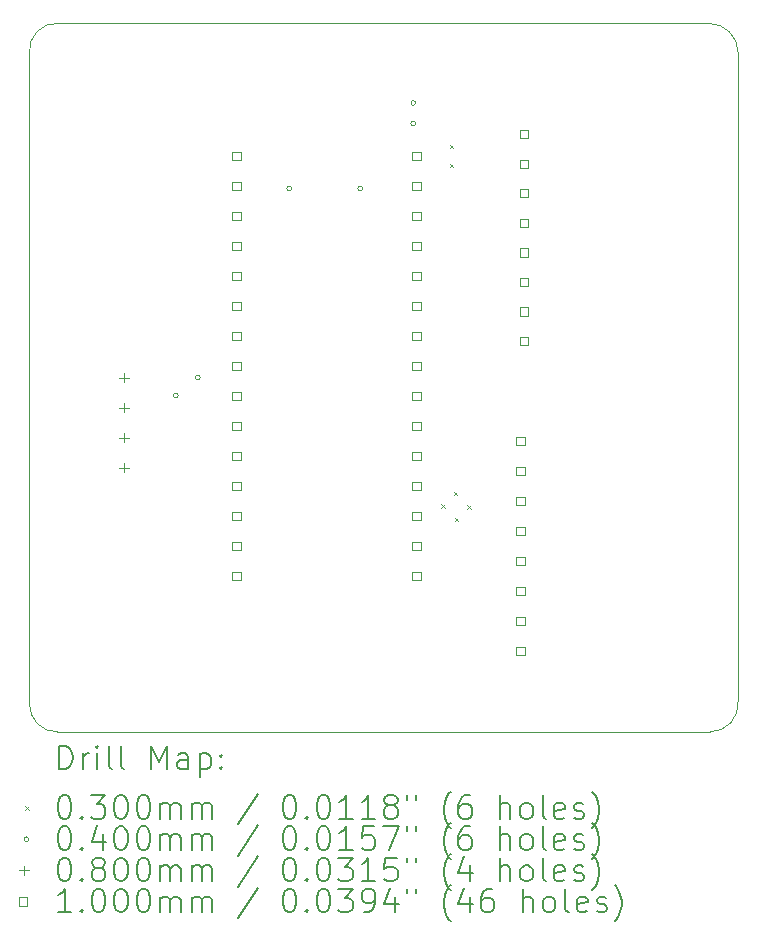
<source format=gbr>
%TF.GenerationSoftware,KiCad,Pcbnew,(6.0.7)*%
%TF.CreationDate,2023-07-05T17:19:17+02:00*%
%TF.ProjectId,project_alpha,70726f6a-6563-4745-9f61-6c7068612e6b,rev?*%
%TF.SameCoordinates,Original*%
%TF.FileFunction,Drillmap*%
%TF.FilePolarity,Positive*%
%FSLAX45Y45*%
G04 Gerber Fmt 4.5, Leading zero omitted, Abs format (unit mm)*
G04 Created by KiCad (PCBNEW (6.0.7)) date 2023-07-05 17:19:17*
%MOMM*%
%LPD*%
G01*
G04 APERTURE LIST*
%ADD10C,0.100000*%
%ADD11C,0.200000*%
%ADD12C,0.030000*%
%ADD13C,0.040000*%
%ADD14C,0.080000*%
G04 APERTURE END LIST*
D10*
X11499991Y-12260000D02*
G75*
G03*
X11737500Y-12500000I233809J-6140D01*
G01*
X11750000Y-6500000D02*
X17250000Y-6500000D01*
X17262500Y-12500000D02*
X11737500Y-12500000D01*
X17501247Y-6750000D02*
G75*
G03*
X17250000Y-6500000I-251247J-1250D01*
G01*
X11500000Y-12260000D02*
X11500000Y-6752658D01*
X17262500Y-12500004D02*
G75*
G03*
X17500000Y-12240000I0J238474D01*
G01*
X17500000Y-12240000D02*
X17501247Y-6750000D01*
X11750000Y-6500003D02*
G75*
G03*
X11500000Y-6752658I-18360J-231847D01*
G01*
D11*
D12*
X14985927Y-10574006D02*
X15015927Y-10604006D01*
X15015927Y-10574006D02*
X14985927Y-10604006D01*
X15059000Y-7529050D02*
X15089000Y-7559050D01*
X15089000Y-7529050D02*
X15059000Y-7559050D01*
X15059000Y-7688950D02*
X15089000Y-7718950D01*
X15089000Y-7688950D02*
X15059000Y-7718950D01*
X15091927Y-10468006D02*
X15121927Y-10498006D01*
X15121927Y-10468006D02*
X15091927Y-10498006D01*
X15099994Y-10686073D02*
X15129994Y-10716073D01*
X15129994Y-10686073D02*
X15099994Y-10716073D01*
X15207494Y-10578573D02*
X15237494Y-10608573D01*
X15237494Y-10578573D02*
X15207494Y-10608573D01*
D13*
X12760050Y-9650000D02*
G75*
G03*
X12760050Y-9650000I-20000J0D01*
G01*
X12945000Y-9500000D02*
G75*
G03*
X12945000Y-9500000I-20000J0D01*
G01*
X13720000Y-7900000D02*
G75*
G03*
X13720000Y-7900000I-20000J0D01*
G01*
X14320000Y-7900000D02*
G75*
G03*
X14320000Y-7900000I-20000J0D01*
G01*
X14770000Y-7175050D02*
G75*
G03*
X14770000Y-7175050I-20000J0D01*
G01*
X14770000Y-7350000D02*
G75*
G03*
X14770000Y-7350000I-20000J0D01*
G01*
D14*
X12300000Y-9460000D02*
X12300000Y-9540000D01*
X12260000Y-9500000D02*
X12340000Y-9500000D01*
X12300000Y-9714000D02*
X12300000Y-9794000D01*
X12260000Y-9754000D02*
X12340000Y-9754000D01*
X12300000Y-9968000D02*
X12300000Y-10048000D01*
X12260000Y-10008000D02*
X12340000Y-10008000D01*
X12300000Y-10222000D02*
X12300000Y-10302000D01*
X12260000Y-10262000D02*
X12340000Y-10262000D01*
D10*
X13288356Y-7659356D02*
X13288356Y-7588644D01*
X13217644Y-7588644D01*
X13217644Y-7659356D01*
X13288356Y-7659356D01*
X13288356Y-7913356D02*
X13288356Y-7842644D01*
X13217644Y-7842644D01*
X13217644Y-7913356D01*
X13288356Y-7913356D01*
X13288356Y-8167356D02*
X13288356Y-8096644D01*
X13217644Y-8096644D01*
X13217644Y-8167356D01*
X13288356Y-8167356D01*
X13288356Y-8421356D02*
X13288356Y-8350644D01*
X13217644Y-8350644D01*
X13217644Y-8421356D01*
X13288356Y-8421356D01*
X13288356Y-8675356D02*
X13288356Y-8604644D01*
X13217644Y-8604644D01*
X13217644Y-8675356D01*
X13288356Y-8675356D01*
X13288356Y-8929356D02*
X13288356Y-8858644D01*
X13217644Y-8858644D01*
X13217644Y-8929356D01*
X13288356Y-8929356D01*
X13288356Y-9183356D02*
X13288356Y-9112644D01*
X13217644Y-9112644D01*
X13217644Y-9183356D01*
X13288356Y-9183356D01*
X13288356Y-9437356D02*
X13288356Y-9366644D01*
X13217644Y-9366644D01*
X13217644Y-9437356D01*
X13288356Y-9437356D01*
X13288356Y-9691356D02*
X13288356Y-9620644D01*
X13217644Y-9620644D01*
X13217644Y-9691356D01*
X13288356Y-9691356D01*
X13288356Y-9945356D02*
X13288356Y-9874644D01*
X13217644Y-9874644D01*
X13217644Y-9945356D01*
X13288356Y-9945356D01*
X13288356Y-10199356D02*
X13288356Y-10128644D01*
X13217644Y-10128644D01*
X13217644Y-10199356D01*
X13288356Y-10199356D01*
X13288356Y-10453356D02*
X13288356Y-10382644D01*
X13217644Y-10382644D01*
X13217644Y-10453356D01*
X13288356Y-10453356D01*
X13288356Y-10707356D02*
X13288356Y-10636644D01*
X13217644Y-10636644D01*
X13217644Y-10707356D01*
X13288356Y-10707356D01*
X13288356Y-10961356D02*
X13288356Y-10890644D01*
X13217644Y-10890644D01*
X13217644Y-10961356D01*
X13288356Y-10961356D01*
X13288356Y-11215356D02*
X13288356Y-11144644D01*
X13217644Y-11144644D01*
X13217644Y-11215356D01*
X13288356Y-11215356D01*
X14812356Y-7659356D02*
X14812356Y-7588644D01*
X14741644Y-7588644D01*
X14741644Y-7659356D01*
X14812356Y-7659356D01*
X14812356Y-7913356D02*
X14812356Y-7842644D01*
X14741644Y-7842644D01*
X14741644Y-7913356D01*
X14812356Y-7913356D01*
X14812356Y-8167356D02*
X14812356Y-8096644D01*
X14741644Y-8096644D01*
X14741644Y-8167356D01*
X14812356Y-8167356D01*
X14812356Y-8421356D02*
X14812356Y-8350644D01*
X14741644Y-8350644D01*
X14741644Y-8421356D01*
X14812356Y-8421356D01*
X14812356Y-8675356D02*
X14812356Y-8604644D01*
X14741644Y-8604644D01*
X14741644Y-8675356D01*
X14812356Y-8675356D01*
X14812356Y-8929356D02*
X14812356Y-8858644D01*
X14741644Y-8858644D01*
X14741644Y-8929356D01*
X14812356Y-8929356D01*
X14812356Y-9183356D02*
X14812356Y-9112644D01*
X14741644Y-9112644D01*
X14741644Y-9183356D01*
X14812356Y-9183356D01*
X14812356Y-9437356D02*
X14812356Y-9366644D01*
X14741644Y-9366644D01*
X14741644Y-9437356D01*
X14812356Y-9437356D01*
X14812356Y-9691356D02*
X14812356Y-9620644D01*
X14741644Y-9620644D01*
X14741644Y-9691356D01*
X14812356Y-9691356D01*
X14812356Y-9945356D02*
X14812356Y-9874644D01*
X14741644Y-9874644D01*
X14741644Y-9945356D01*
X14812356Y-9945356D01*
X14812356Y-10199356D02*
X14812356Y-10128644D01*
X14741644Y-10128644D01*
X14741644Y-10199356D01*
X14812356Y-10199356D01*
X14812356Y-10453356D02*
X14812356Y-10382644D01*
X14741644Y-10382644D01*
X14741644Y-10453356D01*
X14812356Y-10453356D01*
X14812356Y-10707356D02*
X14812356Y-10636644D01*
X14741644Y-10636644D01*
X14741644Y-10707356D01*
X14812356Y-10707356D01*
X14812356Y-10961356D02*
X14812356Y-10890644D01*
X14741644Y-10890644D01*
X14741644Y-10961356D01*
X14812356Y-10961356D01*
X14812356Y-11215356D02*
X14812356Y-11144644D01*
X14741644Y-11144644D01*
X14741644Y-11215356D01*
X14812356Y-11215356D01*
X15693856Y-10070356D02*
X15693856Y-9999644D01*
X15623144Y-9999644D01*
X15623144Y-10070356D01*
X15693856Y-10070356D01*
X15693856Y-10324356D02*
X15693856Y-10253644D01*
X15623144Y-10253644D01*
X15623144Y-10324356D01*
X15693856Y-10324356D01*
X15693856Y-10578356D02*
X15693856Y-10507644D01*
X15623144Y-10507644D01*
X15623144Y-10578356D01*
X15693856Y-10578356D01*
X15693856Y-10832356D02*
X15693856Y-10761644D01*
X15623144Y-10761644D01*
X15623144Y-10832356D01*
X15693856Y-10832356D01*
X15693856Y-11086356D02*
X15693856Y-11015644D01*
X15623144Y-11015644D01*
X15623144Y-11086356D01*
X15693856Y-11086356D01*
X15693856Y-11340356D02*
X15693856Y-11269644D01*
X15623144Y-11269644D01*
X15623144Y-11340356D01*
X15693856Y-11340356D01*
X15693856Y-11594356D02*
X15693856Y-11523644D01*
X15623144Y-11523644D01*
X15623144Y-11594356D01*
X15693856Y-11594356D01*
X15693856Y-11848356D02*
X15693856Y-11777644D01*
X15623144Y-11777644D01*
X15623144Y-11848356D01*
X15693856Y-11848356D01*
X15725356Y-7475356D02*
X15725356Y-7404644D01*
X15654644Y-7404644D01*
X15654644Y-7475356D01*
X15725356Y-7475356D01*
X15725356Y-7725356D02*
X15725356Y-7654644D01*
X15654644Y-7654644D01*
X15654644Y-7725356D01*
X15725356Y-7725356D01*
X15725356Y-7975356D02*
X15725356Y-7904644D01*
X15654644Y-7904644D01*
X15654644Y-7975356D01*
X15725356Y-7975356D01*
X15725356Y-8225356D02*
X15725356Y-8154644D01*
X15654644Y-8154644D01*
X15654644Y-8225356D01*
X15725356Y-8225356D01*
X15725356Y-8475356D02*
X15725356Y-8404644D01*
X15654644Y-8404644D01*
X15654644Y-8475356D01*
X15725356Y-8475356D01*
X15725356Y-8725356D02*
X15725356Y-8654644D01*
X15654644Y-8654644D01*
X15654644Y-8725356D01*
X15725356Y-8725356D01*
X15725356Y-8975356D02*
X15725356Y-8904644D01*
X15654644Y-8904644D01*
X15654644Y-8975356D01*
X15725356Y-8975356D01*
X15725356Y-9225356D02*
X15725356Y-9154644D01*
X15654644Y-9154644D01*
X15654644Y-9225356D01*
X15725356Y-9225356D01*
D11*
X11751686Y-12815505D02*
X11751686Y-12615505D01*
X11799305Y-12615505D01*
X11827877Y-12625029D01*
X11846924Y-12644077D01*
X11856448Y-12663124D01*
X11865972Y-12701220D01*
X11865972Y-12729791D01*
X11856448Y-12767886D01*
X11846924Y-12786934D01*
X11827877Y-12805982D01*
X11799305Y-12815505D01*
X11751686Y-12815505D01*
X11951686Y-12815505D02*
X11951686Y-12682172D01*
X11951686Y-12720267D02*
X11961210Y-12701220D01*
X11970734Y-12691696D01*
X11989781Y-12682172D01*
X12008829Y-12682172D01*
X12075496Y-12815505D02*
X12075496Y-12682172D01*
X12075496Y-12615505D02*
X12065972Y-12625029D01*
X12075496Y-12634553D01*
X12085020Y-12625029D01*
X12075496Y-12615505D01*
X12075496Y-12634553D01*
X12199305Y-12815505D02*
X12180258Y-12805982D01*
X12170734Y-12786934D01*
X12170734Y-12615505D01*
X12304067Y-12815505D02*
X12285020Y-12805982D01*
X12275496Y-12786934D01*
X12275496Y-12615505D01*
X12532639Y-12815505D02*
X12532639Y-12615505D01*
X12599305Y-12758363D01*
X12665972Y-12615505D01*
X12665972Y-12815505D01*
X12846924Y-12815505D02*
X12846924Y-12710743D01*
X12837401Y-12691696D01*
X12818353Y-12682172D01*
X12780258Y-12682172D01*
X12761210Y-12691696D01*
X12846924Y-12805982D02*
X12827877Y-12815505D01*
X12780258Y-12815505D01*
X12761210Y-12805982D01*
X12751686Y-12786934D01*
X12751686Y-12767886D01*
X12761210Y-12748839D01*
X12780258Y-12739315D01*
X12827877Y-12739315D01*
X12846924Y-12729791D01*
X12942162Y-12682172D02*
X12942162Y-12882172D01*
X12942162Y-12691696D02*
X12961210Y-12682172D01*
X12999305Y-12682172D01*
X13018353Y-12691696D01*
X13027877Y-12701220D01*
X13037401Y-12720267D01*
X13037401Y-12777410D01*
X13027877Y-12796458D01*
X13018353Y-12805982D01*
X12999305Y-12815505D01*
X12961210Y-12815505D01*
X12942162Y-12805982D01*
X13123115Y-12796458D02*
X13132639Y-12805982D01*
X13123115Y-12815505D01*
X13113591Y-12805982D01*
X13123115Y-12796458D01*
X13123115Y-12815505D01*
X13123115Y-12691696D02*
X13132639Y-12701220D01*
X13123115Y-12710743D01*
X13113591Y-12701220D01*
X13123115Y-12691696D01*
X13123115Y-12710743D01*
D12*
X11464067Y-13130029D02*
X11494067Y-13160029D01*
X11494067Y-13130029D02*
X11464067Y-13160029D01*
D11*
X11789781Y-13035505D02*
X11808829Y-13035505D01*
X11827877Y-13045029D01*
X11837401Y-13054553D01*
X11846924Y-13073601D01*
X11856448Y-13111696D01*
X11856448Y-13159315D01*
X11846924Y-13197410D01*
X11837401Y-13216458D01*
X11827877Y-13225982D01*
X11808829Y-13235505D01*
X11789781Y-13235505D01*
X11770734Y-13225982D01*
X11761210Y-13216458D01*
X11751686Y-13197410D01*
X11742162Y-13159315D01*
X11742162Y-13111696D01*
X11751686Y-13073601D01*
X11761210Y-13054553D01*
X11770734Y-13045029D01*
X11789781Y-13035505D01*
X11942162Y-13216458D02*
X11951686Y-13225982D01*
X11942162Y-13235505D01*
X11932639Y-13225982D01*
X11942162Y-13216458D01*
X11942162Y-13235505D01*
X12018353Y-13035505D02*
X12142162Y-13035505D01*
X12075496Y-13111696D01*
X12104067Y-13111696D01*
X12123115Y-13121220D01*
X12132639Y-13130743D01*
X12142162Y-13149791D01*
X12142162Y-13197410D01*
X12132639Y-13216458D01*
X12123115Y-13225982D01*
X12104067Y-13235505D01*
X12046924Y-13235505D01*
X12027877Y-13225982D01*
X12018353Y-13216458D01*
X12265972Y-13035505D02*
X12285020Y-13035505D01*
X12304067Y-13045029D01*
X12313591Y-13054553D01*
X12323115Y-13073601D01*
X12332639Y-13111696D01*
X12332639Y-13159315D01*
X12323115Y-13197410D01*
X12313591Y-13216458D01*
X12304067Y-13225982D01*
X12285020Y-13235505D01*
X12265972Y-13235505D01*
X12246924Y-13225982D01*
X12237401Y-13216458D01*
X12227877Y-13197410D01*
X12218353Y-13159315D01*
X12218353Y-13111696D01*
X12227877Y-13073601D01*
X12237401Y-13054553D01*
X12246924Y-13045029D01*
X12265972Y-13035505D01*
X12456448Y-13035505D02*
X12475496Y-13035505D01*
X12494543Y-13045029D01*
X12504067Y-13054553D01*
X12513591Y-13073601D01*
X12523115Y-13111696D01*
X12523115Y-13159315D01*
X12513591Y-13197410D01*
X12504067Y-13216458D01*
X12494543Y-13225982D01*
X12475496Y-13235505D01*
X12456448Y-13235505D01*
X12437401Y-13225982D01*
X12427877Y-13216458D01*
X12418353Y-13197410D01*
X12408829Y-13159315D01*
X12408829Y-13111696D01*
X12418353Y-13073601D01*
X12427877Y-13054553D01*
X12437401Y-13045029D01*
X12456448Y-13035505D01*
X12608829Y-13235505D02*
X12608829Y-13102172D01*
X12608829Y-13121220D02*
X12618353Y-13111696D01*
X12637401Y-13102172D01*
X12665972Y-13102172D01*
X12685020Y-13111696D01*
X12694543Y-13130743D01*
X12694543Y-13235505D01*
X12694543Y-13130743D02*
X12704067Y-13111696D01*
X12723115Y-13102172D01*
X12751686Y-13102172D01*
X12770734Y-13111696D01*
X12780258Y-13130743D01*
X12780258Y-13235505D01*
X12875496Y-13235505D02*
X12875496Y-13102172D01*
X12875496Y-13121220D02*
X12885020Y-13111696D01*
X12904067Y-13102172D01*
X12932639Y-13102172D01*
X12951686Y-13111696D01*
X12961210Y-13130743D01*
X12961210Y-13235505D01*
X12961210Y-13130743D02*
X12970734Y-13111696D01*
X12989781Y-13102172D01*
X13018353Y-13102172D01*
X13037401Y-13111696D01*
X13046924Y-13130743D01*
X13046924Y-13235505D01*
X13437401Y-13025982D02*
X13265972Y-13283124D01*
X13694543Y-13035505D02*
X13713591Y-13035505D01*
X13732639Y-13045029D01*
X13742162Y-13054553D01*
X13751686Y-13073601D01*
X13761210Y-13111696D01*
X13761210Y-13159315D01*
X13751686Y-13197410D01*
X13742162Y-13216458D01*
X13732639Y-13225982D01*
X13713591Y-13235505D01*
X13694543Y-13235505D01*
X13675496Y-13225982D01*
X13665972Y-13216458D01*
X13656448Y-13197410D01*
X13646924Y-13159315D01*
X13646924Y-13111696D01*
X13656448Y-13073601D01*
X13665972Y-13054553D01*
X13675496Y-13045029D01*
X13694543Y-13035505D01*
X13846924Y-13216458D02*
X13856448Y-13225982D01*
X13846924Y-13235505D01*
X13837401Y-13225982D01*
X13846924Y-13216458D01*
X13846924Y-13235505D01*
X13980258Y-13035505D02*
X13999305Y-13035505D01*
X14018353Y-13045029D01*
X14027877Y-13054553D01*
X14037401Y-13073601D01*
X14046924Y-13111696D01*
X14046924Y-13159315D01*
X14037401Y-13197410D01*
X14027877Y-13216458D01*
X14018353Y-13225982D01*
X13999305Y-13235505D01*
X13980258Y-13235505D01*
X13961210Y-13225982D01*
X13951686Y-13216458D01*
X13942162Y-13197410D01*
X13932639Y-13159315D01*
X13932639Y-13111696D01*
X13942162Y-13073601D01*
X13951686Y-13054553D01*
X13961210Y-13045029D01*
X13980258Y-13035505D01*
X14237401Y-13235505D02*
X14123115Y-13235505D01*
X14180258Y-13235505D02*
X14180258Y-13035505D01*
X14161210Y-13064077D01*
X14142162Y-13083124D01*
X14123115Y-13092648D01*
X14427877Y-13235505D02*
X14313591Y-13235505D01*
X14370734Y-13235505D02*
X14370734Y-13035505D01*
X14351686Y-13064077D01*
X14332639Y-13083124D01*
X14313591Y-13092648D01*
X14542162Y-13121220D02*
X14523115Y-13111696D01*
X14513591Y-13102172D01*
X14504067Y-13083124D01*
X14504067Y-13073601D01*
X14513591Y-13054553D01*
X14523115Y-13045029D01*
X14542162Y-13035505D01*
X14580258Y-13035505D01*
X14599305Y-13045029D01*
X14608829Y-13054553D01*
X14618353Y-13073601D01*
X14618353Y-13083124D01*
X14608829Y-13102172D01*
X14599305Y-13111696D01*
X14580258Y-13121220D01*
X14542162Y-13121220D01*
X14523115Y-13130743D01*
X14513591Y-13140267D01*
X14504067Y-13159315D01*
X14504067Y-13197410D01*
X14513591Y-13216458D01*
X14523115Y-13225982D01*
X14542162Y-13235505D01*
X14580258Y-13235505D01*
X14599305Y-13225982D01*
X14608829Y-13216458D01*
X14618353Y-13197410D01*
X14618353Y-13159315D01*
X14608829Y-13140267D01*
X14599305Y-13130743D01*
X14580258Y-13121220D01*
X14694543Y-13035505D02*
X14694543Y-13073601D01*
X14770734Y-13035505D02*
X14770734Y-13073601D01*
X15065972Y-13311696D02*
X15056448Y-13302172D01*
X15037401Y-13273601D01*
X15027877Y-13254553D01*
X15018353Y-13225982D01*
X15008829Y-13178363D01*
X15008829Y-13140267D01*
X15018353Y-13092648D01*
X15027877Y-13064077D01*
X15037401Y-13045029D01*
X15056448Y-13016458D01*
X15065972Y-13006934D01*
X15227877Y-13035505D02*
X15189781Y-13035505D01*
X15170734Y-13045029D01*
X15161210Y-13054553D01*
X15142162Y-13083124D01*
X15132639Y-13121220D01*
X15132639Y-13197410D01*
X15142162Y-13216458D01*
X15151686Y-13225982D01*
X15170734Y-13235505D01*
X15208829Y-13235505D01*
X15227877Y-13225982D01*
X15237401Y-13216458D01*
X15246924Y-13197410D01*
X15246924Y-13149791D01*
X15237401Y-13130743D01*
X15227877Y-13121220D01*
X15208829Y-13111696D01*
X15170734Y-13111696D01*
X15151686Y-13121220D01*
X15142162Y-13130743D01*
X15132639Y-13149791D01*
X15485020Y-13235505D02*
X15485020Y-13035505D01*
X15570734Y-13235505D02*
X15570734Y-13130743D01*
X15561210Y-13111696D01*
X15542162Y-13102172D01*
X15513591Y-13102172D01*
X15494543Y-13111696D01*
X15485020Y-13121220D01*
X15694543Y-13235505D02*
X15675496Y-13225982D01*
X15665972Y-13216458D01*
X15656448Y-13197410D01*
X15656448Y-13140267D01*
X15665972Y-13121220D01*
X15675496Y-13111696D01*
X15694543Y-13102172D01*
X15723115Y-13102172D01*
X15742162Y-13111696D01*
X15751686Y-13121220D01*
X15761210Y-13140267D01*
X15761210Y-13197410D01*
X15751686Y-13216458D01*
X15742162Y-13225982D01*
X15723115Y-13235505D01*
X15694543Y-13235505D01*
X15875496Y-13235505D02*
X15856448Y-13225982D01*
X15846924Y-13206934D01*
X15846924Y-13035505D01*
X16027877Y-13225982D02*
X16008829Y-13235505D01*
X15970734Y-13235505D01*
X15951686Y-13225982D01*
X15942162Y-13206934D01*
X15942162Y-13130743D01*
X15951686Y-13111696D01*
X15970734Y-13102172D01*
X16008829Y-13102172D01*
X16027877Y-13111696D01*
X16037401Y-13130743D01*
X16037401Y-13149791D01*
X15942162Y-13168839D01*
X16113591Y-13225982D02*
X16132639Y-13235505D01*
X16170734Y-13235505D01*
X16189781Y-13225982D01*
X16199305Y-13206934D01*
X16199305Y-13197410D01*
X16189781Y-13178363D01*
X16170734Y-13168839D01*
X16142162Y-13168839D01*
X16123115Y-13159315D01*
X16113591Y-13140267D01*
X16113591Y-13130743D01*
X16123115Y-13111696D01*
X16142162Y-13102172D01*
X16170734Y-13102172D01*
X16189781Y-13111696D01*
X16265972Y-13311696D02*
X16275496Y-13302172D01*
X16294543Y-13273601D01*
X16304067Y-13254553D01*
X16313591Y-13225982D01*
X16323115Y-13178363D01*
X16323115Y-13140267D01*
X16313591Y-13092648D01*
X16304067Y-13064077D01*
X16294543Y-13045029D01*
X16275496Y-13016458D01*
X16265972Y-13006934D01*
D13*
X11494067Y-13409029D02*
G75*
G03*
X11494067Y-13409029I-20000J0D01*
G01*
D11*
X11789781Y-13299505D02*
X11808829Y-13299505D01*
X11827877Y-13309029D01*
X11837401Y-13318553D01*
X11846924Y-13337601D01*
X11856448Y-13375696D01*
X11856448Y-13423315D01*
X11846924Y-13461410D01*
X11837401Y-13480458D01*
X11827877Y-13489982D01*
X11808829Y-13499505D01*
X11789781Y-13499505D01*
X11770734Y-13489982D01*
X11761210Y-13480458D01*
X11751686Y-13461410D01*
X11742162Y-13423315D01*
X11742162Y-13375696D01*
X11751686Y-13337601D01*
X11761210Y-13318553D01*
X11770734Y-13309029D01*
X11789781Y-13299505D01*
X11942162Y-13480458D02*
X11951686Y-13489982D01*
X11942162Y-13499505D01*
X11932639Y-13489982D01*
X11942162Y-13480458D01*
X11942162Y-13499505D01*
X12123115Y-13366172D02*
X12123115Y-13499505D01*
X12075496Y-13289982D02*
X12027877Y-13432839D01*
X12151686Y-13432839D01*
X12265972Y-13299505D02*
X12285020Y-13299505D01*
X12304067Y-13309029D01*
X12313591Y-13318553D01*
X12323115Y-13337601D01*
X12332639Y-13375696D01*
X12332639Y-13423315D01*
X12323115Y-13461410D01*
X12313591Y-13480458D01*
X12304067Y-13489982D01*
X12285020Y-13499505D01*
X12265972Y-13499505D01*
X12246924Y-13489982D01*
X12237401Y-13480458D01*
X12227877Y-13461410D01*
X12218353Y-13423315D01*
X12218353Y-13375696D01*
X12227877Y-13337601D01*
X12237401Y-13318553D01*
X12246924Y-13309029D01*
X12265972Y-13299505D01*
X12456448Y-13299505D02*
X12475496Y-13299505D01*
X12494543Y-13309029D01*
X12504067Y-13318553D01*
X12513591Y-13337601D01*
X12523115Y-13375696D01*
X12523115Y-13423315D01*
X12513591Y-13461410D01*
X12504067Y-13480458D01*
X12494543Y-13489982D01*
X12475496Y-13499505D01*
X12456448Y-13499505D01*
X12437401Y-13489982D01*
X12427877Y-13480458D01*
X12418353Y-13461410D01*
X12408829Y-13423315D01*
X12408829Y-13375696D01*
X12418353Y-13337601D01*
X12427877Y-13318553D01*
X12437401Y-13309029D01*
X12456448Y-13299505D01*
X12608829Y-13499505D02*
X12608829Y-13366172D01*
X12608829Y-13385220D02*
X12618353Y-13375696D01*
X12637401Y-13366172D01*
X12665972Y-13366172D01*
X12685020Y-13375696D01*
X12694543Y-13394743D01*
X12694543Y-13499505D01*
X12694543Y-13394743D02*
X12704067Y-13375696D01*
X12723115Y-13366172D01*
X12751686Y-13366172D01*
X12770734Y-13375696D01*
X12780258Y-13394743D01*
X12780258Y-13499505D01*
X12875496Y-13499505D02*
X12875496Y-13366172D01*
X12875496Y-13385220D02*
X12885020Y-13375696D01*
X12904067Y-13366172D01*
X12932639Y-13366172D01*
X12951686Y-13375696D01*
X12961210Y-13394743D01*
X12961210Y-13499505D01*
X12961210Y-13394743D02*
X12970734Y-13375696D01*
X12989781Y-13366172D01*
X13018353Y-13366172D01*
X13037401Y-13375696D01*
X13046924Y-13394743D01*
X13046924Y-13499505D01*
X13437401Y-13289982D02*
X13265972Y-13547124D01*
X13694543Y-13299505D02*
X13713591Y-13299505D01*
X13732639Y-13309029D01*
X13742162Y-13318553D01*
X13751686Y-13337601D01*
X13761210Y-13375696D01*
X13761210Y-13423315D01*
X13751686Y-13461410D01*
X13742162Y-13480458D01*
X13732639Y-13489982D01*
X13713591Y-13499505D01*
X13694543Y-13499505D01*
X13675496Y-13489982D01*
X13665972Y-13480458D01*
X13656448Y-13461410D01*
X13646924Y-13423315D01*
X13646924Y-13375696D01*
X13656448Y-13337601D01*
X13665972Y-13318553D01*
X13675496Y-13309029D01*
X13694543Y-13299505D01*
X13846924Y-13480458D02*
X13856448Y-13489982D01*
X13846924Y-13499505D01*
X13837401Y-13489982D01*
X13846924Y-13480458D01*
X13846924Y-13499505D01*
X13980258Y-13299505D02*
X13999305Y-13299505D01*
X14018353Y-13309029D01*
X14027877Y-13318553D01*
X14037401Y-13337601D01*
X14046924Y-13375696D01*
X14046924Y-13423315D01*
X14037401Y-13461410D01*
X14027877Y-13480458D01*
X14018353Y-13489982D01*
X13999305Y-13499505D01*
X13980258Y-13499505D01*
X13961210Y-13489982D01*
X13951686Y-13480458D01*
X13942162Y-13461410D01*
X13932639Y-13423315D01*
X13932639Y-13375696D01*
X13942162Y-13337601D01*
X13951686Y-13318553D01*
X13961210Y-13309029D01*
X13980258Y-13299505D01*
X14237401Y-13499505D02*
X14123115Y-13499505D01*
X14180258Y-13499505D02*
X14180258Y-13299505D01*
X14161210Y-13328077D01*
X14142162Y-13347124D01*
X14123115Y-13356648D01*
X14418353Y-13299505D02*
X14323115Y-13299505D01*
X14313591Y-13394743D01*
X14323115Y-13385220D01*
X14342162Y-13375696D01*
X14389781Y-13375696D01*
X14408829Y-13385220D01*
X14418353Y-13394743D01*
X14427877Y-13413791D01*
X14427877Y-13461410D01*
X14418353Y-13480458D01*
X14408829Y-13489982D01*
X14389781Y-13499505D01*
X14342162Y-13499505D01*
X14323115Y-13489982D01*
X14313591Y-13480458D01*
X14494543Y-13299505D02*
X14627877Y-13299505D01*
X14542162Y-13499505D01*
X14694543Y-13299505D02*
X14694543Y-13337601D01*
X14770734Y-13299505D02*
X14770734Y-13337601D01*
X15065972Y-13575696D02*
X15056448Y-13566172D01*
X15037401Y-13537601D01*
X15027877Y-13518553D01*
X15018353Y-13489982D01*
X15008829Y-13442363D01*
X15008829Y-13404267D01*
X15018353Y-13356648D01*
X15027877Y-13328077D01*
X15037401Y-13309029D01*
X15056448Y-13280458D01*
X15065972Y-13270934D01*
X15227877Y-13299505D02*
X15189781Y-13299505D01*
X15170734Y-13309029D01*
X15161210Y-13318553D01*
X15142162Y-13347124D01*
X15132639Y-13385220D01*
X15132639Y-13461410D01*
X15142162Y-13480458D01*
X15151686Y-13489982D01*
X15170734Y-13499505D01*
X15208829Y-13499505D01*
X15227877Y-13489982D01*
X15237401Y-13480458D01*
X15246924Y-13461410D01*
X15246924Y-13413791D01*
X15237401Y-13394743D01*
X15227877Y-13385220D01*
X15208829Y-13375696D01*
X15170734Y-13375696D01*
X15151686Y-13385220D01*
X15142162Y-13394743D01*
X15132639Y-13413791D01*
X15485020Y-13499505D02*
X15485020Y-13299505D01*
X15570734Y-13499505D02*
X15570734Y-13394743D01*
X15561210Y-13375696D01*
X15542162Y-13366172D01*
X15513591Y-13366172D01*
X15494543Y-13375696D01*
X15485020Y-13385220D01*
X15694543Y-13499505D02*
X15675496Y-13489982D01*
X15665972Y-13480458D01*
X15656448Y-13461410D01*
X15656448Y-13404267D01*
X15665972Y-13385220D01*
X15675496Y-13375696D01*
X15694543Y-13366172D01*
X15723115Y-13366172D01*
X15742162Y-13375696D01*
X15751686Y-13385220D01*
X15761210Y-13404267D01*
X15761210Y-13461410D01*
X15751686Y-13480458D01*
X15742162Y-13489982D01*
X15723115Y-13499505D01*
X15694543Y-13499505D01*
X15875496Y-13499505D02*
X15856448Y-13489982D01*
X15846924Y-13470934D01*
X15846924Y-13299505D01*
X16027877Y-13489982D02*
X16008829Y-13499505D01*
X15970734Y-13499505D01*
X15951686Y-13489982D01*
X15942162Y-13470934D01*
X15942162Y-13394743D01*
X15951686Y-13375696D01*
X15970734Y-13366172D01*
X16008829Y-13366172D01*
X16027877Y-13375696D01*
X16037401Y-13394743D01*
X16037401Y-13413791D01*
X15942162Y-13432839D01*
X16113591Y-13489982D02*
X16132639Y-13499505D01*
X16170734Y-13499505D01*
X16189781Y-13489982D01*
X16199305Y-13470934D01*
X16199305Y-13461410D01*
X16189781Y-13442363D01*
X16170734Y-13432839D01*
X16142162Y-13432839D01*
X16123115Y-13423315D01*
X16113591Y-13404267D01*
X16113591Y-13394743D01*
X16123115Y-13375696D01*
X16142162Y-13366172D01*
X16170734Y-13366172D01*
X16189781Y-13375696D01*
X16265972Y-13575696D02*
X16275496Y-13566172D01*
X16294543Y-13537601D01*
X16304067Y-13518553D01*
X16313591Y-13489982D01*
X16323115Y-13442363D01*
X16323115Y-13404267D01*
X16313591Y-13356648D01*
X16304067Y-13328077D01*
X16294543Y-13309029D01*
X16275496Y-13280458D01*
X16265972Y-13270934D01*
D14*
X11454067Y-13633029D02*
X11454067Y-13713029D01*
X11414067Y-13673029D02*
X11494067Y-13673029D01*
D11*
X11789781Y-13563505D02*
X11808829Y-13563505D01*
X11827877Y-13573029D01*
X11837401Y-13582553D01*
X11846924Y-13601601D01*
X11856448Y-13639696D01*
X11856448Y-13687315D01*
X11846924Y-13725410D01*
X11837401Y-13744458D01*
X11827877Y-13753982D01*
X11808829Y-13763505D01*
X11789781Y-13763505D01*
X11770734Y-13753982D01*
X11761210Y-13744458D01*
X11751686Y-13725410D01*
X11742162Y-13687315D01*
X11742162Y-13639696D01*
X11751686Y-13601601D01*
X11761210Y-13582553D01*
X11770734Y-13573029D01*
X11789781Y-13563505D01*
X11942162Y-13744458D02*
X11951686Y-13753982D01*
X11942162Y-13763505D01*
X11932639Y-13753982D01*
X11942162Y-13744458D01*
X11942162Y-13763505D01*
X12065972Y-13649220D02*
X12046924Y-13639696D01*
X12037401Y-13630172D01*
X12027877Y-13611124D01*
X12027877Y-13601601D01*
X12037401Y-13582553D01*
X12046924Y-13573029D01*
X12065972Y-13563505D01*
X12104067Y-13563505D01*
X12123115Y-13573029D01*
X12132639Y-13582553D01*
X12142162Y-13601601D01*
X12142162Y-13611124D01*
X12132639Y-13630172D01*
X12123115Y-13639696D01*
X12104067Y-13649220D01*
X12065972Y-13649220D01*
X12046924Y-13658743D01*
X12037401Y-13668267D01*
X12027877Y-13687315D01*
X12027877Y-13725410D01*
X12037401Y-13744458D01*
X12046924Y-13753982D01*
X12065972Y-13763505D01*
X12104067Y-13763505D01*
X12123115Y-13753982D01*
X12132639Y-13744458D01*
X12142162Y-13725410D01*
X12142162Y-13687315D01*
X12132639Y-13668267D01*
X12123115Y-13658743D01*
X12104067Y-13649220D01*
X12265972Y-13563505D02*
X12285020Y-13563505D01*
X12304067Y-13573029D01*
X12313591Y-13582553D01*
X12323115Y-13601601D01*
X12332639Y-13639696D01*
X12332639Y-13687315D01*
X12323115Y-13725410D01*
X12313591Y-13744458D01*
X12304067Y-13753982D01*
X12285020Y-13763505D01*
X12265972Y-13763505D01*
X12246924Y-13753982D01*
X12237401Y-13744458D01*
X12227877Y-13725410D01*
X12218353Y-13687315D01*
X12218353Y-13639696D01*
X12227877Y-13601601D01*
X12237401Y-13582553D01*
X12246924Y-13573029D01*
X12265972Y-13563505D01*
X12456448Y-13563505D02*
X12475496Y-13563505D01*
X12494543Y-13573029D01*
X12504067Y-13582553D01*
X12513591Y-13601601D01*
X12523115Y-13639696D01*
X12523115Y-13687315D01*
X12513591Y-13725410D01*
X12504067Y-13744458D01*
X12494543Y-13753982D01*
X12475496Y-13763505D01*
X12456448Y-13763505D01*
X12437401Y-13753982D01*
X12427877Y-13744458D01*
X12418353Y-13725410D01*
X12408829Y-13687315D01*
X12408829Y-13639696D01*
X12418353Y-13601601D01*
X12427877Y-13582553D01*
X12437401Y-13573029D01*
X12456448Y-13563505D01*
X12608829Y-13763505D02*
X12608829Y-13630172D01*
X12608829Y-13649220D02*
X12618353Y-13639696D01*
X12637401Y-13630172D01*
X12665972Y-13630172D01*
X12685020Y-13639696D01*
X12694543Y-13658743D01*
X12694543Y-13763505D01*
X12694543Y-13658743D02*
X12704067Y-13639696D01*
X12723115Y-13630172D01*
X12751686Y-13630172D01*
X12770734Y-13639696D01*
X12780258Y-13658743D01*
X12780258Y-13763505D01*
X12875496Y-13763505D02*
X12875496Y-13630172D01*
X12875496Y-13649220D02*
X12885020Y-13639696D01*
X12904067Y-13630172D01*
X12932639Y-13630172D01*
X12951686Y-13639696D01*
X12961210Y-13658743D01*
X12961210Y-13763505D01*
X12961210Y-13658743D02*
X12970734Y-13639696D01*
X12989781Y-13630172D01*
X13018353Y-13630172D01*
X13037401Y-13639696D01*
X13046924Y-13658743D01*
X13046924Y-13763505D01*
X13437401Y-13553982D02*
X13265972Y-13811124D01*
X13694543Y-13563505D02*
X13713591Y-13563505D01*
X13732639Y-13573029D01*
X13742162Y-13582553D01*
X13751686Y-13601601D01*
X13761210Y-13639696D01*
X13761210Y-13687315D01*
X13751686Y-13725410D01*
X13742162Y-13744458D01*
X13732639Y-13753982D01*
X13713591Y-13763505D01*
X13694543Y-13763505D01*
X13675496Y-13753982D01*
X13665972Y-13744458D01*
X13656448Y-13725410D01*
X13646924Y-13687315D01*
X13646924Y-13639696D01*
X13656448Y-13601601D01*
X13665972Y-13582553D01*
X13675496Y-13573029D01*
X13694543Y-13563505D01*
X13846924Y-13744458D02*
X13856448Y-13753982D01*
X13846924Y-13763505D01*
X13837401Y-13753982D01*
X13846924Y-13744458D01*
X13846924Y-13763505D01*
X13980258Y-13563505D02*
X13999305Y-13563505D01*
X14018353Y-13573029D01*
X14027877Y-13582553D01*
X14037401Y-13601601D01*
X14046924Y-13639696D01*
X14046924Y-13687315D01*
X14037401Y-13725410D01*
X14027877Y-13744458D01*
X14018353Y-13753982D01*
X13999305Y-13763505D01*
X13980258Y-13763505D01*
X13961210Y-13753982D01*
X13951686Y-13744458D01*
X13942162Y-13725410D01*
X13932639Y-13687315D01*
X13932639Y-13639696D01*
X13942162Y-13601601D01*
X13951686Y-13582553D01*
X13961210Y-13573029D01*
X13980258Y-13563505D01*
X14113591Y-13563505D02*
X14237401Y-13563505D01*
X14170734Y-13639696D01*
X14199305Y-13639696D01*
X14218353Y-13649220D01*
X14227877Y-13658743D01*
X14237401Y-13677791D01*
X14237401Y-13725410D01*
X14227877Y-13744458D01*
X14218353Y-13753982D01*
X14199305Y-13763505D01*
X14142162Y-13763505D01*
X14123115Y-13753982D01*
X14113591Y-13744458D01*
X14427877Y-13763505D02*
X14313591Y-13763505D01*
X14370734Y-13763505D02*
X14370734Y-13563505D01*
X14351686Y-13592077D01*
X14332639Y-13611124D01*
X14313591Y-13620648D01*
X14608829Y-13563505D02*
X14513591Y-13563505D01*
X14504067Y-13658743D01*
X14513591Y-13649220D01*
X14532639Y-13639696D01*
X14580258Y-13639696D01*
X14599305Y-13649220D01*
X14608829Y-13658743D01*
X14618353Y-13677791D01*
X14618353Y-13725410D01*
X14608829Y-13744458D01*
X14599305Y-13753982D01*
X14580258Y-13763505D01*
X14532639Y-13763505D01*
X14513591Y-13753982D01*
X14504067Y-13744458D01*
X14694543Y-13563505D02*
X14694543Y-13601601D01*
X14770734Y-13563505D02*
X14770734Y-13601601D01*
X15065972Y-13839696D02*
X15056448Y-13830172D01*
X15037401Y-13801601D01*
X15027877Y-13782553D01*
X15018353Y-13753982D01*
X15008829Y-13706363D01*
X15008829Y-13668267D01*
X15018353Y-13620648D01*
X15027877Y-13592077D01*
X15037401Y-13573029D01*
X15056448Y-13544458D01*
X15065972Y-13534934D01*
X15227877Y-13630172D02*
X15227877Y-13763505D01*
X15180258Y-13553982D02*
X15132639Y-13696839D01*
X15256448Y-13696839D01*
X15485020Y-13763505D02*
X15485020Y-13563505D01*
X15570734Y-13763505D02*
X15570734Y-13658743D01*
X15561210Y-13639696D01*
X15542162Y-13630172D01*
X15513591Y-13630172D01*
X15494543Y-13639696D01*
X15485020Y-13649220D01*
X15694543Y-13763505D02*
X15675496Y-13753982D01*
X15665972Y-13744458D01*
X15656448Y-13725410D01*
X15656448Y-13668267D01*
X15665972Y-13649220D01*
X15675496Y-13639696D01*
X15694543Y-13630172D01*
X15723115Y-13630172D01*
X15742162Y-13639696D01*
X15751686Y-13649220D01*
X15761210Y-13668267D01*
X15761210Y-13725410D01*
X15751686Y-13744458D01*
X15742162Y-13753982D01*
X15723115Y-13763505D01*
X15694543Y-13763505D01*
X15875496Y-13763505D02*
X15856448Y-13753982D01*
X15846924Y-13734934D01*
X15846924Y-13563505D01*
X16027877Y-13753982D02*
X16008829Y-13763505D01*
X15970734Y-13763505D01*
X15951686Y-13753982D01*
X15942162Y-13734934D01*
X15942162Y-13658743D01*
X15951686Y-13639696D01*
X15970734Y-13630172D01*
X16008829Y-13630172D01*
X16027877Y-13639696D01*
X16037401Y-13658743D01*
X16037401Y-13677791D01*
X15942162Y-13696839D01*
X16113591Y-13753982D02*
X16132639Y-13763505D01*
X16170734Y-13763505D01*
X16189781Y-13753982D01*
X16199305Y-13734934D01*
X16199305Y-13725410D01*
X16189781Y-13706363D01*
X16170734Y-13696839D01*
X16142162Y-13696839D01*
X16123115Y-13687315D01*
X16113591Y-13668267D01*
X16113591Y-13658743D01*
X16123115Y-13639696D01*
X16142162Y-13630172D01*
X16170734Y-13630172D01*
X16189781Y-13639696D01*
X16265972Y-13839696D02*
X16275496Y-13830172D01*
X16294543Y-13801601D01*
X16304067Y-13782553D01*
X16313591Y-13753982D01*
X16323115Y-13706363D01*
X16323115Y-13668267D01*
X16313591Y-13620648D01*
X16304067Y-13592077D01*
X16294543Y-13573029D01*
X16275496Y-13544458D01*
X16265972Y-13534934D01*
D10*
X11479423Y-13972385D02*
X11479423Y-13901674D01*
X11408712Y-13901674D01*
X11408712Y-13972385D01*
X11479423Y-13972385D01*
D11*
X11856448Y-14027505D02*
X11742162Y-14027505D01*
X11799305Y-14027505D02*
X11799305Y-13827505D01*
X11780258Y-13856077D01*
X11761210Y-13875124D01*
X11742162Y-13884648D01*
X11942162Y-14008458D02*
X11951686Y-14017982D01*
X11942162Y-14027505D01*
X11932639Y-14017982D01*
X11942162Y-14008458D01*
X11942162Y-14027505D01*
X12075496Y-13827505D02*
X12094543Y-13827505D01*
X12113591Y-13837029D01*
X12123115Y-13846553D01*
X12132639Y-13865601D01*
X12142162Y-13903696D01*
X12142162Y-13951315D01*
X12132639Y-13989410D01*
X12123115Y-14008458D01*
X12113591Y-14017982D01*
X12094543Y-14027505D01*
X12075496Y-14027505D01*
X12056448Y-14017982D01*
X12046924Y-14008458D01*
X12037401Y-13989410D01*
X12027877Y-13951315D01*
X12027877Y-13903696D01*
X12037401Y-13865601D01*
X12046924Y-13846553D01*
X12056448Y-13837029D01*
X12075496Y-13827505D01*
X12265972Y-13827505D02*
X12285020Y-13827505D01*
X12304067Y-13837029D01*
X12313591Y-13846553D01*
X12323115Y-13865601D01*
X12332639Y-13903696D01*
X12332639Y-13951315D01*
X12323115Y-13989410D01*
X12313591Y-14008458D01*
X12304067Y-14017982D01*
X12285020Y-14027505D01*
X12265972Y-14027505D01*
X12246924Y-14017982D01*
X12237401Y-14008458D01*
X12227877Y-13989410D01*
X12218353Y-13951315D01*
X12218353Y-13903696D01*
X12227877Y-13865601D01*
X12237401Y-13846553D01*
X12246924Y-13837029D01*
X12265972Y-13827505D01*
X12456448Y-13827505D02*
X12475496Y-13827505D01*
X12494543Y-13837029D01*
X12504067Y-13846553D01*
X12513591Y-13865601D01*
X12523115Y-13903696D01*
X12523115Y-13951315D01*
X12513591Y-13989410D01*
X12504067Y-14008458D01*
X12494543Y-14017982D01*
X12475496Y-14027505D01*
X12456448Y-14027505D01*
X12437401Y-14017982D01*
X12427877Y-14008458D01*
X12418353Y-13989410D01*
X12408829Y-13951315D01*
X12408829Y-13903696D01*
X12418353Y-13865601D01*
X12427877Y-13846553D01*
X12437401Y-13837029D01*
X12456448Y-13827505D01*
X12608829Y-14027505D02*
X12608829Y-13894172D01*
X12608829Y-13913220D02*
X12618353Y-13903696D01*
X12637401Y-13894172D01*
X12665972Y-13894172D01*
X12685020Y-13903696D01*
X12694543Y-13922743D01*
X12694543Y-14027505D01*
X12694543Y-13922743D02*
X12704067Y-13903696D01*
X12723115Y-13894172D01*
X12751686Y-13894172D01*
X12770734Y-13903696D01*
X12780258Y-13922743D01*
X12780258Y-14027505D01*
X12875496Y-14027505D02*
X12875496Y-13894172D01*
X12875496Y-13913220D02*
X12885020Y-13903696D01*
X12904067Y-13894172D01*
X12932639Y-13894172D01*
X12951686Y-13903696D01*
X12961210Y-13922743D01*
X12961210Y-14027505D01*
X12961210Y-13922743D02*
X12970734Y-13903696D01*
X12989781Y-13894172D01*
X13018353Y-13894172D01*
X13037401Y-13903696D01*
X13046924Y-13922743D01*
X13046924Y-14027505D01*
X13437401Y-13817982D02*
X13265972Y-14075124D01*
X13694543Y-13827505D02*
X13713591Y-13827505D01*
X13732639Y-13837029D01*
X13742162Y-13846553D01*
X13751686Y-13865601D01*
X13761210Y-13903696D01*
X13761210Y-13951315D01*
X13751686Y-13989410D01*
X13742162Y-14008458D01*
X13732639Y-14017982D01*
X13713591Y-14027505D01*
X13694543Y-14027505D01*
X13675496Y-14017982D01*
X13665972Y-14008458D01*
X13656448Y-13989410D01*
X13646924Y-13951315D01*
X13646924Y-13903696D01*
X13656448Y-13865601D01*
X13665972Y-13846553D01*
X13675496Y-13837029D01*
X13694543Y-13827505D01*
X13846924Y-14008458D02*
X13856448Y-14017982D01*
X13846924Y-14027505D01*
X13837401Y-14017982D01*
X13846924Y-14008458D01*
X13846924Y-14027505D01*
X13980258Y-13827505D02*
X13999305Y-13827505D01*
X14018353Y-13837029D01*
X14027877Y-13846553D01*
X14037401Y-13865601D01*
X14046924Y-13903696D01*
X14046924Y-13951315D01*
X14037401Y-13989410D01*
X14027877Y-14008458D01*
X14018353Y-14017982D01*
X13999305Y-14027505D01*
X13980258Y-14027505D01*
X13961210Y-14017982D01*
X13951686Y-14008458D01*
X13942162Y-13989410D01*
X13932639Y-13951315D01*
X13932639Y-13903696D01*
X13942162Y-13865601D01*
X13951686Y-13846553D01*
X13961210Y-13837029D01*
X13980258Y-13827505D01*
X14113591Y-13827505D02*
X14237401Y-13827505D01*
X14170734Y-13903696D01*
X14199305Y-13903696D01*
X14218353Y-13913220D01*
X14227877Y-13922743D01*
X14237401Y-13941791D01*
X14237401Y-13989410D01*
X14227877Y-14008458D01*
X14218353Y-14017982D01*
X14199305Y-14027505D01*
X14142162Y-14027505D01*
X14123115Y-14017982D01*
X14113591Y-14008458D01*
X14332639Y-14027505D02*
X14370734Y-14027505D01*
X14389781Y-14017982D01*
X14399305Y-14008458D01*
X14418353Y-13979886D01*
X14427877Y-13941791D01*
X14427877Y-13865601D01*
X14418353Y-13846553D01*
X14408829Y-13837029D01*
X14389781Y-13827505D01*
X14351686Y-13827505D01*
X14332639Y-13837029D01*
X14323115Y-13846553D01*
X14313591Y-13865601D01*
X14313591Y-13913220D01*
X14323115Y-13932267D01*
X14332639Y-13941791D01*
X14351686Y-13951315D01*
X14389781Y-13951315D01*
X14408829Y-13941791D01*
X14418353Y-13932267D01*
X14427877Y-13913220D01*
X14599305Y-13894172D02*
X14599305Y-14027505D01*
X14551686Y-13817982D02*
X14504067Y-13960839D01*
X14627877Y-13960839D01*
X14694543Y-13827505D02*
X14694543Y-13865601D01*
X14770734Y-13827505D02*
X14770734Y-13865601D01*
X15065972Y-14103696D02*
X15056448Y-14094172D01*
X15037401Y-14065601D01*
X15027877Y-14046553D01*
X15018353Y-14017982D01*
X15008829Y-13970363D01*
X15008829Y-13932267D01*
X15018353Y-13884648D01*
X15027877Y-13856077D01*
X15037401Y-13837029D01*
X15056448Y-13808458D01*
X15065972Y-13798934D01*
X15227877Y-13894172D02*
X15227877Y-14027505D01*
X15180258Y-13817982D02*
X15132639Y-13960839D01*
X15256448Y-13960839D01*
X15418353Y-13827505D02*
X15380258Y-13827505D01*
X15361210Y-13837029D01*
X15351686Y-13846553D01*
X15332639Y-13875124D01*
X15323115Y-13913220D01*
X15323115Y-13989410D01*
X15332639Y-14008458D01*
X15342162Y-14017982D01*
X15361210Y-14027505D01*
X15399305Y-14027505D01*
X15418353Y-14017982D01*
X15427877Y-14008458D01*
X15437401Y-13989410D01*
X15437401Y-13941791D01*
X15427877Y-13922743D01*
X15418353Y-13913220D01*
X15399305Y-13903696D01*
X15361210Y-13903696D01*
X15342162Y-13913220D01*
X15332639Y-13922743D01*
X15323115Y-13941791D01*
X15675496Y-14027505D02*
X15675496Y-13827505D01*
X15761210Y-14027505D02*
X15761210Y-13922743D01*
X15751686Y-13903696D01*
X15732639Y-13894172D01*
X15704067Y-13894172D01*
X15685020Y-13903696D01*
X15675496Y-13913220D01*
X15885020Y-14027505D02*
X15865972Y-14017982D01*
X15856448Y-14008458D01*
X15846924Y-13989410D01*
X15846924Y-13932267D01*
X15856448Y-13913220D01*
X15865972Y-13903696D01*
X15885020Y-13894172D01*
X15913591Y-13894172D01*
X15932639Y-13903696D01*
X15942162Y-13913220D01*
X15951686Y-13932267D01*
X15951686Y-13989410D01*
X15942162Y-14008458D01*
X15932639Y-14017982D01*
X15913591Y-14027505D01*
X15885020Y-14027505D01*
X16065972Y-14027505D02*
X16046924Y-14017982D01*
X16037401Y-13998934D01*
X16037401Y-13827505D01*
X16218353Y-14017982D02*
X16199305Y-14027505D01*
X16161210Y-14027505D01*
X16142162Y-14017982D01*
X16132639Y-13998934D01*
X16132639Y-13922743D01*
X16142162Y-13903696D01*
X16161210Y-13894172D01*
X16199305Y-13894172D01*
X16218353Y-13903696D01*
X16227877Y-13922743D01*
X16227877Y-13941791D01*
X16132639Y-13960839D01*
X16304067Y-14017982D02*
X16323115Y-14027505D01*
X16361210Y-14027505D01*
X16380258Y-14017982D01*
X16389781Y-13998934D01*
X16389781Y-13989410D01*
X16380258Y-13970363D01*
X16361210Y-13960839D01*
X16332639Y-13960839D01*
X16313591Y-13951315D01*
X16304067Y-13932267D01*
X16304067Y-13922743D01*
X16313591Y-13903696D01*
X16332639Y-13894172D01*
X16361210Y-13894172D01*
X16380258Y-13903696D01*
X16456448Y-14103696D02*
X16465972Y-14094172D01*
X16485020Y-14065601D01*
X16494543Y-14046553D01*
X16504067Y-14017982D01*
X16513591Y-13970363D01*
X16513591Y-13932267D01*
X16504067Y-13884648D01*
X16494543Y-13856077D01*
X16485020Y-13837029D01*
X16465972Y-13808458D01*
X16456448Y-13798934D01*
M02*

</source>
